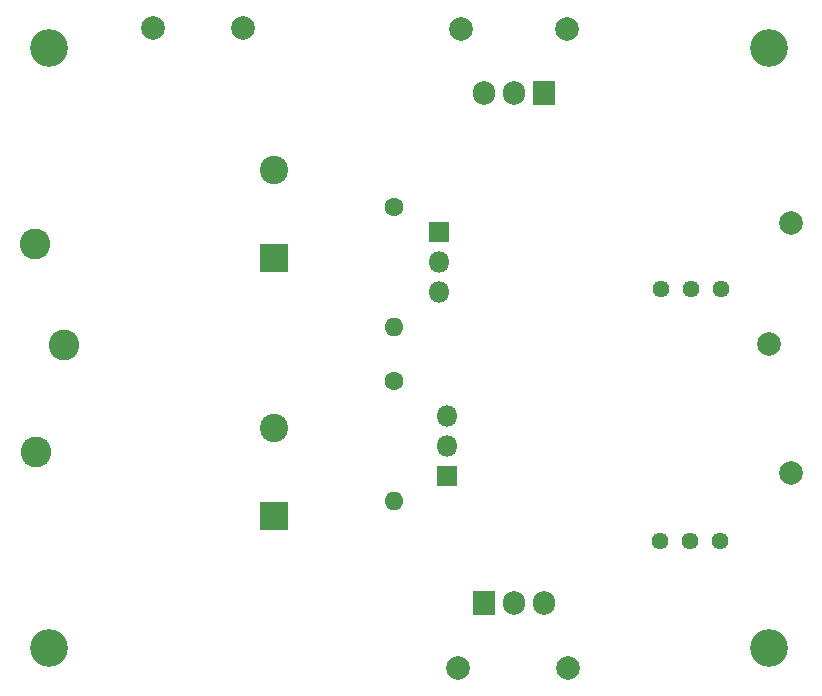
<source format=gbr>
G04 #@! TF.GenerationSoftware,KiCad,Pcbnew,(5.1.10-0-10_14)*
G04 #@! TF.CreationDate,2021-10-17T20:47:25+02:00*
G04 #@! TF.ProjectId,lv-lownoise-psu,6c762d6c-6f77-46e6-9f69-73652d707375,rev?*
G04 #@! TF.SameCoordinates,Original*
G04 #@! TF.FileFunction,Soldermask,Bot*
G04 #@! TF.FilePolarity,Negative*
%FSLAX46Y46*%
G04 Gerber Fmt 4.6, Leading zero omitted, Abs format (unit mm)*
G04 Created by KiCad (PCBNEW (5.1.10-0-10_14)) date 2021-10-17 20:47:25*
%MOMM*%
%LPD*%
G01*
G04 APERTURE LIST*
%ADD10C,2.000000*%
%ADD11O,1.600000X1.600000*%
%ADD12C,1.600000*%
%ADD13O,1.800000X1.800000*%
%ADD14R,1.800000X1.800000*%
%ADD15O,1.905000X2.000000*%
%ADD16R,1.905000X2.000000*%
%ADD17C,2.400000*%
%ADD18R,2.400000X2.400000*%
%ADD19C,1.440000*%
%ADD20C,2.600000*%
%ADD21C,3.200000*%
G04 APERTURE END LIST*
D10*
X119761000Y-85471000D03*
X129032000Y-85471000D03*
X128968500Y-31369000D03*
X120015000Y-31369000D03*
X93916500Y-31305500D03*
X101536500Y-31305500D03*
X147955000Y-69024500D03*
X146113500Y-58039000D03*
X147955000Y-47815500D03*
D11*
X114300000Y-71374000D03*
D12*
X114300000Y-61214000D03*
D11*
X114300000Y-56642000D03*
D12*
X114300000Y-46482000D03*
D13*
X118808500Y-64198500D03*
X118808500Y-66738500D03*
D14*
X118808500Y-69278500D03*
D13*
X118110000Y-53657500D03*
X118110000Y-51117500D03*
D14*
X118110000Y-48577500D03*
D15*
X127000000Y-80010000D03*
X124460000Y-80010000D03*
D16*
X121920000Y-80010000D03*
D15*
X121920000Y-36830000D03*
X124460000Y-36830000D03*
D16*
X127000000Y-36830000D03*
D17*
X104140000Y-65151000D03*
D18*
X104140000Y-72651000D03*
D17*
X104140000Y-43300000D03*
D18*
X104140000Y-50800000D03*
D19*
X141922500Y-74739500D03*
X139382500Y-74739500D03*
X136842500Y-74739500D03*
X141986000Y-53403500D03*
X139446000Y-53403500D03*
X136906000Y-53403500D03*
D20*
X83921600Y-49631600D03*
X86360000Y-58166000D03*
X83972400Y-67259200D03*
D21*
X146050000Y-33020000D03*
X146050000Y-83820000D03*
X85090000Y-83820000D03*
X85090000Y-33020000D03*
M02*

</source>
